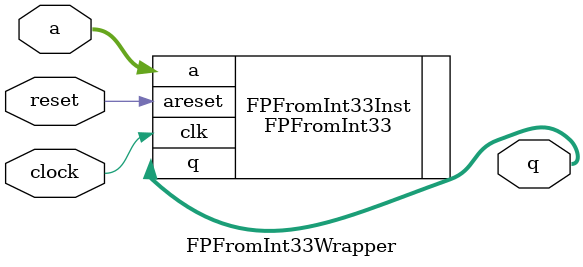
<source format=v>
module FPFromInt33Wrapper (
    input  clock,
    input  reset,
    input  wire [32:0] a,
    output wire [31:0] q
  );

  parameter LATENCY = 7;

`ifdef _SIM_
  FPFromInt33#(.LATENCY(LATENCY)) FPFromInt33Inst (
    .clk(clock)
  , .areset(reset)
  , .a(a)
  , .q(q)
  );
`else
  FPFromInt33 FPFromInt33Inst (
    .clk(clock)
  , .areset(reset)
  , .a(a)
  , .q(q)
  );
`endif
endmodule

</source>
